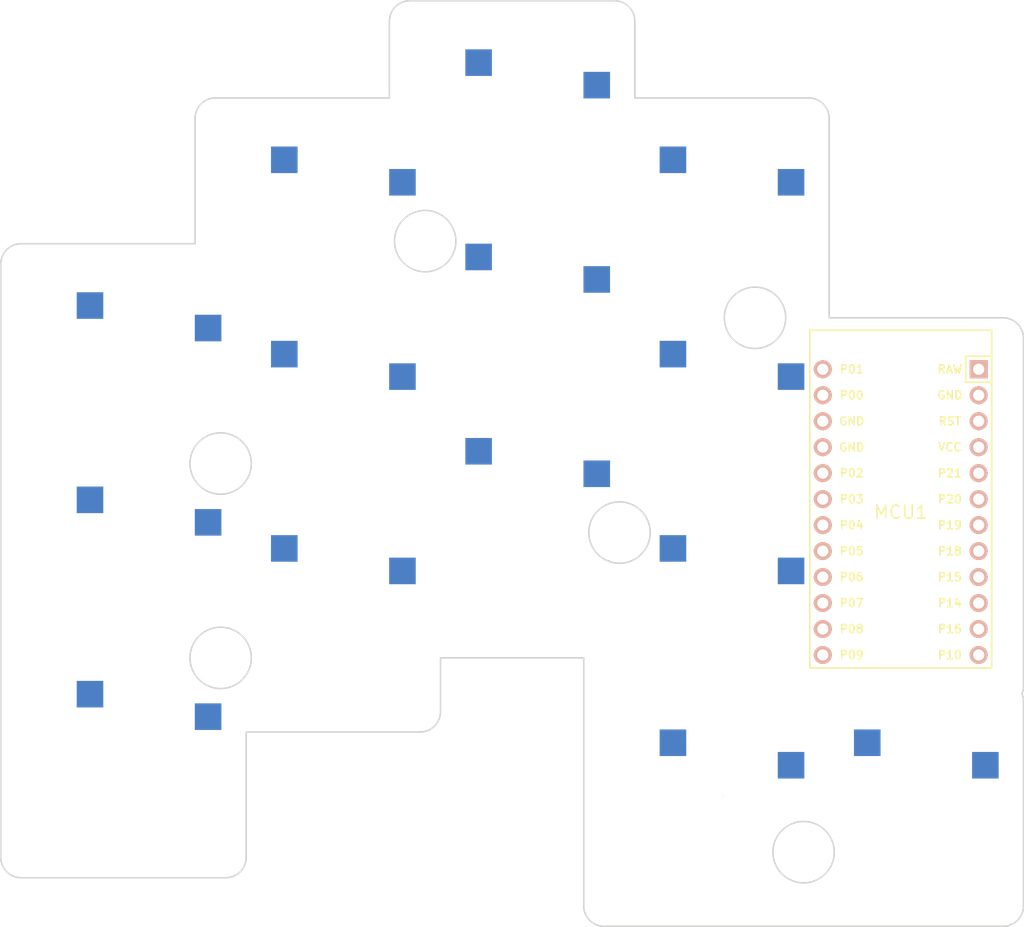
<source format=kicad_pcb>


(kicad_pcb
  (version 20240108)
  (generator "ergogen")
  (generator_version "4.1.0")
  (general
    (thickness 1.6)
    (legacy_teardrops no)
  )
  (paper "A3")
  (title_block
    (title "roo_left")
    (date "2024-11-14")
    (rev "0.1.0")
    (company "Reginald Robinson")
  )

  (layers
    (0 "F.Cu" signal)
    (31 "B.Cu" signal)
    (32 "B.Adhes" user "B.Adhesive")
    (33 "F.Adhes" user "F.Adhesive")
    (34 "B.Paste" user)
    (35 "F.Paste" user)
    (36 "B.SilkS" user "B.Silkscreen")
    (37 "F.SilkS" user "F.Silkscreen")
    (38 "B.Mask" user)
    (39 "F.Mask" user)
    (40 "Dwgs.User" user "User.Drawings")
    (41 "Cmts.User" user "User.Comments")
    (42 "Eco1.User" user "User.Eco1")
    (43 "Eco2.User" user "User.Eco2")
    (44 "Edge.Cuts" user)
    (45 "Margin" user)
    (46 "B.CrtYd" user "B.Courtyard")
    (47 "F.CrtYd" user "F.Courtyard")
    (48 "B.Fab" user)
    (49 "F.Fab" user)
  )

  (setup
    (pad_to_mask_clearance 0.05)
    (allow_soldermask_bridges_in_footprints no)
    (pcbplotparams
      (layerselection 0x00010fc_ffffffff)
      (plot_on_all_layers_selection 0x0000000_00000000)
      (disableapertmacros no)
      (usegerberextensions no)
      (usegerberattributes yes)
      (usegerberadvancedattributes yes)
      (creategerberjobfile yes)
      (dashed_line_dash_ratio 12.000000)
      (dashed_line_gap_ratio 3.000000)
      (svgprecision 4)
      (plotframeref no)
      (viasonmask no)
      (mode 1)
      (useauxorigin no)
      (hpglpennumber 1)
      (hpglpenspeed 20)
      (hpglpendiameter 15.000000)
      (pdf_front_fp_property_popups yes)
      (pdf_back_fp_property_popups yes)
      (dxfpolygonmode yes)
      (dxfimperialunits yes)
      (dxfusepcbnewfont yes)
      (psnegative no)
      (psa4output no)
      (plotreference yes)
      (plotvalue yes)
      (plotfptext yes)
      (plotinvisibletext no)
      (sketchpadsonfab no)
      (subtractmaskfromsilk no)
      (outputformat 1)
      (mirror no)
      (drillshape 1)
      (scaleselection 1)
      (outputdirectory "")
    )
  )

  (net 0 "")
(net 1 "GND")
(net 2 "P14")
(net 3 "P18")
(net 4 "P19")
(net 5 "P15")
(net 6 "P9")
(net 7 "P8")
(net 8 "P7")
(net 9 "P5")
(net 10 "P4")
(net 11 "P6")
(net 12 "P2")
(net 13 "P3")
(net 14 "P16")
(net 15 "P10")
(net 16 "RAW")
(net 17 "RST")
(net 18 "VCC")
(net 19 "P21")
(net 20 "P20")
(net 21 "P1")
(net 22 "P0")

  
        
      (module PG1350 (layer F.Cu) (tedit 5DD50112)
      (at 0 0 0)

      
      (fp_text reference "S1" (at 0 0) (layer F.SilkS)  (effects (font (size 1.27 1.27) (thickness 0.15))))
      (fp_text value "" (at 0 0) (layer F.SilkS) hide (effects (font (size 1.27 1.27) (thickness 0.15))))

      
      (fp_line (start -7 -6) (end -7 -7) (layer Dwgs.User) (width 0.15))
      (fp_line (start -7 7) (end -6 7) (layer Dwgs.User) (width 0.15))
      (fp_line (start -6 -7) (end -7 -7) (layer Dwgs.User) (width 0.15))
      (fp_line (start -7 7) (end -7 6) (layer Dwgs.User) (width 0.15))
      (fp_line (start 7 6) (end 7 7) (layer Dwgs.User) (width 0.15))
      (fp_line (start 7 -7) (end 6 -7) (layer Dwgs.User) (width 0.15))
      (fp_line (start 6 7) (end 7 7) (layer Dwgs.User) (width 0.15))
      (fp_line (start 7 -7) (end 7 -6) (layer Dwgs.User) (width 0.15))      
      
      
      (pad "" np_thru_hole circle (at 0 0) (size 3.429 3.429) (drill 3.429) (layers *.Cu *.Mask))
        
      
      (pad "" np_thru_hole circle (at 5.5 0) (size 1.7018 1.7018) (drill 1.7018) (layers *.Cu *.Mask))
      (pad "" np_thru_hole circle (at -5.5 0) (size 1.7018 1.7018) (drill 1.7018) (layers *.Cu *.Mask))
      
        
        
          
          (pad "" np_thru_hole circle (at 5 -3.75) (size 3 3) (drill 3) (layers *.Cu *.Mask))
          (pad "" np_thru_hole circle (at 0 -5.95) (size 3 3) (drill 3) (layers *.Cu *.Mask))
      
          
          (pad 1 smd rect (at -3.275 -5.95 0) (size 2.6 2.6) (layers B.Cu B.Paste B.Mask)  (net 1 "GND"))
          (pad 2 smd rect (at 8.275 -3.75 0) (size 2.6 2.6) (layers B.Cu B.Paste B.Mask)  (net 2 "P14"))
        )
        

        
      (module PG1350 (layer F.Cu) (tedit 5DD50112)
      (at 0 -19 0)

      
      (fp_text reference "S2" (at 0 0) (layer F.SilkS)  (effects (font (size 1.27 1.27) (thickness 0.15))))
      (fp_text value "" (at 0 0) (layer F.SilkS) hide (effects (font (size 1.27 1.27) (thickness 0.15))))

      
      (fp_line (start -7 -6) (end -7 -7) (layer Dwgs.User) (width 0.15))
      (fp_line (start -7 7) (end -6 7) (layer Dwgs.User) (width 0.15))
      (fp_line (start -6 -7) (end -7 -7) (layer Dwgs.User) (width 0.15))
      (fp_line (start -7 7) (end -7 6) (layer Dwgs.User) (width 0.15))
      (fp_line (start 7 6) (end 7 7) (layer Dwgs.User) (width 0.15))
      (fp_line (start 7 -7) (end 6 -7) (layer Dwgs.User) (width 0.15))
      (fp_line (start 6 7) (end 7 7) (layer Dwgs.User) (width 0.15))
      (fp_line (start 7 -7) (end 7 -6) (layer Dwgs.User) (width 0.15))      
      
      
      (pad "" np_thru_hole circle (at 0 0) (size 3.429 3.429) (drill 3.429) (layers *.Cu *.Mask))
        
      
      (pad "" np_thru_hole circle (at 5.5 0) (size 1.7018 1.7018) (drill 1.7018) (layers *.Cu *.Mask))
      (pad "" np_thru_hole circle (at -5.5 0) (size 1.7018 1.7018) (drill 1.7018) (layers *.Cu *.Mask))
      
        
        
          
          (pad "" np_thru_hole circle (at 5 -3.75) (size 3 3) (drill 3) (layers *.Cu *.Mask))
          (pad "" np_thru_hole circle (at 0 -5.95) (size 3 3) (drill 3) (layers *.Cu *.Mask))
      
          
          (pad 1 smd rect (at -3.275 -5.95 0) (size 2.6 2.6) (layers B.Cu B.Paste B.Mask)  (net 1 "GND"))
          (pad 2 smd rect (at 8.275 -3.75 0) (size 2.6 2.6) (layers B.Cu B.Paste B.Mask)  (net 3 "P18"))
        )
        

        
      (module PG1350 (layer F.Cu) (tedit 5DD50112)
      (at 0 -38 0)

      
      (fp_text reference "S3" (at 0 0) (layer F.SilkS)  (effects (font (size 1.27 1.27) (thickness 0.15))))
      (fp_text value "" (at 0 0) (layer F.SilkS) hide (effects (font (size 1.27 1.27) (thickness 0.15))))

      
      (fp_line (start -7 -6) (end -7 -7) (layer Dwgs.User) (width 0.15))
      (fp_line (start -7 7) (end -6 7) (layer Dwgs.User) (width 0.15))
      (fp_line (start -6 -7) (end -7 -7) (layer Dwgs.User) (width 0.15))
      (fp_line (start -7 7) (end -7 6) (layer Dwgs.User) (width 0.15))
      (fp_line (start 7 6) (end 7 7) (layer Dwgs.User) (width 0.15))
      (fp_line (start 7 -7) (end 6 -7) (layer Dwgs.User) (width 0.15))
      (fp_line (start 6 7) (end 7 7) (layer Dwgs.User) (width 0.15))
      (fp_line (start 7 -7) (end 7 -6) (layer Dwgs.User) (width 0.15))      
      
      
      (pad "" np_thru_hole circle (at 0 0) (size 3.429 3.429) (drill 3.429) (layers *.Cu *.Mask))
        
      
      (pad "" np_thru_hole circle (at 5.5 0) (size 1.7018 1.7018) (drill 1.7018) (layers *.Cu *.Mask))
      (pad "" np_thru_hole circle (at -5.5 0) (size 1.7018 1.7018) (drill 1.7018) (layers *.Cu *.Mask))
      
        
        
          
          (pad "" np_thru_hole circle (at 5 -3.75) (size 3 3) (drill 3) (layers *.Cu *.Mask))
          (pad "" np_thru_hole circle (at 0 -5.95) (size 3 3) (drill 3) (layers *.Cu *.Mask))
      
          
          (pad 1 smd rect (at -3.275 -5.95 0) (size 2.6 2.6) (layers B.Cu B.Paste B.Mask)  (net 1 "GND"))
          (pad 2 smd rect (at 8.275 -3.75 0) (size 2.6 2.6) (layers B.Cu B.Paste B.Mask)  (net 4 "P19"))
        )
        

        
      (module PG1350 (layer F.Cu) (tedit 5DD50112)
      (at 19 -14.25 0)

      
      (fp_text reference "S4" (at 0 0) (layer F.SilkS)  (effects (font (size 1.27 1.27) (thickness 0.15))))
      (fp_text value "" (at 0 0) (layer F.SilkS) hide (effects (font (size 1.27 1.27) (thickness 0.15))))

      
      (fp_line (start -7 -6) (end -7 -7) (layer Dwgs.User) (width 0.15))
      (fp_line (start -7 7) (end -6 7) (layer Dwgs.User) (width 0.15))
      (fp_line (start -6 -7) (end -7 -7) (layer Dwgs.User) (width 0.15))
      (fp_line (start -7 7) (end -7 6) (layer Dwgs.User) (width 0.15))
      (fp_line (start 7 6) (end 7 7) (layer Dwgs.User) (width 0.15))
      (fp_line (start 7 -7) (end 6 -7) (layer Dwgs.User) (width 0.15))
      (fp_line (start 6 7) (end 7 7) (layer Dwgs.User) (width 0.15))
      (fp_line (start 7 -7) (end 7 -6) (layer Dwgs.User) (width 0.15))      
      
      
      (pad "" np_thru_hole circle (at 0 0) (size 3.429 3.429) (drill 3.429) (layers *.Cu *.Mask))
        
      
      (pad "" np_thru_hole circle (at 5.5 0) (size 1.7018 1.7018) (drill 1.7018) (layers *.Cu *.Mask))
      (pad "" np_thru_hole circle (at -5.5 0) (size 1.7018 1.7018) (drill 1.7018) (layers *.Cu *.Mask))
      
        
        
          
          (pad "" np_thru_hole circle (at 5 -3.75) (size 3 3) (drill 3) (layers *.Cu *.Mask))
          (pad "" np_thru_hole circle (at 0 -5.95) (size 3 3) (drill 3) (layers *.Cu *.Mask))
      
          
          (pad 1 smd rect (at -3.275 -5.95 0) (size 2.6 2.6) (layers B.Cu B.Paste B.Mask)  (net 1 "GND"))
          (pad 2 smd rect (at 8.275 -3.75 0) (size 2.6 2.6) (layers B.Cu B.Paste B.Mask)  (net 5 "P15"))
        )
        

        
      (module PG1350 (layer F.Cu) (tedit 5DD50112)
      (at 19 -33.25 0)

      
      (fp_text reference "S5" (at 0 0) (layer F.SilkS)  (effects (font (size 1.27 1.27) (thickness 0.15))))
      (fp_text value "" (at 0 0) (layer F.SilkS) hide (effects (font (size 1.27 1.27) (thickness 0.15))))

      
      (fp_line (start -7 -6) (end -7 -7) (layer Dwgs.User) (width 0.15))
      (fp_line (start -7 7) (end -6 7) (layer Dwgs.User) (width 0.15))
      (fp_line (start -6 -7) (end -7 -7) (layer Dwgs.User) (width 0.15))
      (fp_line (start -7 7) (end -7 6) (layer Dwgs.User) (width 0.15))
      (fp_line (start 7 6) (end 7 7) (layer Dwgs.User) (width 0.15))
      (fp_line (start 7 -7) (end 6 -7) (layer Dwgs.User) (width 0.15))
      (fp_line (start 6 7) (end 7 7) (layer Dwgs.User) (width 0.15))
      (fp_line (start 7 -7) (end 7 -6) (layer Dwgs.User) (width 0.15))      
      
      
      (pad "" np_thru_hole circle (at 0 0) (size 3.429 3.429) (drill 3.429) (layers *.Cu *.Mask))
        
      
      (pad "" np_thru_hole circle (at 5.5 0) (size 1.7018 1.7018) (drill 1.7018) (layers *.Cu *.Mask))
      (pad "" np_thru_hole circle (at -5.5 0) (size 1.7018 1.7018) (drill 1.7018) (layers *.Cu *.Mask))
      
        
        
          
          (pad "" np_thru_hole circle (at 5 -3.75) (size 3 3) (drill 3) (layers *.Cu *.Mask))
          (pad "" np_thru_hole circle (at 0 -5.95) (size 3 3) (drill 3) (layers *.Cu *.Mask))
      
          
          (pad 1 smd rect (at -3.275 -5.95 0) (size 2.6 2.6) (layers B.Cu B.Paste B.Mask)  (net 1 "GND"))
          (pad 2 smd rect (at 8.275 -3.75 0) (size 2.6 2.6) (layers B.Cu B.Paste B.Mask)  (net 6 "P9"))
        )
        

        
      (module PG1350 (layer F.Cu) (tedit 5DD50112)
      (at 19 -52.25 0)

      
      (fp_text reference "S6" (at 0 0) (layer F.SilkS)  (effects (font (size 1.27 1.27) (thickness 0.15))))
      (fp_text value "" (at 0 0) (layer F.SilkS) hide (effects (font (size 1.27 1.27) (thickness 0.15))))

      
      (fp_line (start -7 -6) (end -7 -7) (layer Dwgs.User) (width 0.15))
      (fp_line (start -7 7) (end -6 7) (layer Dwgs.User) (width 0.15))
      (fp_line (start -6 -7) (end -7 -7) (layer Dwgs.User) (width 0.15))
      (fp_line (start -7 7) (end -7 6) (layer Dwgs.User) (width 0.15))
      (fp_line (start 7 6) (end 7 7) (layer Dwgs.User) (width 0.15))
      (fp_line (start 7 -7) (end 6 -7) (layer Dwgs.User) (width 0.15))
      (fp_line (start 6 7) (end 7 7) (layer Dwgs.User) (width 0.15))
      (fp_line (start 7 -7) (end 7 -6) (layer Dwgs.User) (width 0.15))      
      
      
      (pad "" np_thru_hole circle (at 0 0) (size 3.429 3.429) (drill 3.429) (layers *.Cu *.Mask))
        
      
      (pad "" np_thru_hole circle (at 5.5 0) (size 1.7018 1.7018) (drill 1.7018) (layers *.Cu *.Mask))
      (pad "" np_thru_hole circle (at -5.5 0) (size 1.7018 1.7018) (drill 1.7018) (layers *.Cu *.Mask))
      
        
        
          
          (pad "" np_thru_hole circle (at 5 -3.75) (size 3 3) (drill 3) (layers *.Cu *.Mask))
          (pad "" np_thru_hole circle (at 0 -5.95) (size 3 3) (drill 3) (layers *.Cu *.Mask))
      
          
          (pad 1 smd rect (at -3.275 -5.95 0) (size 2.6 2.6) (layers B.Cu B.Paste B.Mask)  (net 1 "GND"))
          (pad 2 smd rect (at 8.275 -3.75 0) (size 2.6 2.6) (layers B.Cu B.Paste B.Mask)  (net 7 "P8"))
        )
        

        
      (module PG1350 (layer F.Cu) (tedit 5DD50112)
      (at 38 -23.75 0)

      
      (fp_text reference "S7" (at 0 0) (layer F.SilkS)  (effects (font (size 1.27 1.27) (thickness 0.15))))
      (fp_text value "" (at 0 0) (layer F.SilkS) hide (effects (font (size 1.27 1.27) (thickness 0.15))))

      
      (fp_line (start -7 -6) (end -7 -7) (layer Dwgs.User) (width 0.15))
      (fp_line (start -7 7) (end -6 7) (layer Dwgs.User) (width 0.15))
      (fp_line (start -6 -7) (end -7 -7) (layer Dwgs.User) (width 0.15))
      (fp_line (start -7 7) (end -7 6) (layer Dwgs.User) (width 0.15))
      (fp_line (start 7 6) (end 7 7) (layer Dwgs.User) (width 0.15))
      (fp_line (start 7 -7) (end 6 -7) (layer Dwgs.User) (width 0.15))
      (fp_line (start 6 7) (end 7 7) (layer Dwgs.User) (width 0.15))
      (fp_line (start 7 -7) (end 7 -6) (layer Dwgs.User) (width 0.15))      
      
      
      (pad "" np_thru_hole circle (at 0 0) (size 3.429 3.429) (drill 3.429) (layers *.Cu *.Mask))
        
      
      (pad "" np_thru_hole circle (at 5.5 0) (size 1.7018 1.7018) (drill 1.7018) (layers *.Cu *.Mask))
      (pad "" np_thru_hole circle (at -5.5 0) (size 1.7018 1.7018) (drill 1.7018) (layers *.Cu *.Mask))
      
        
        
          
          (pad "" np_thru_hole circle (at 5 -3.75) (size 3 3) (drill 3) (layers *.Cu *.Mask))
          (pad "" np_thru_hole circle (at 0 -5.95) (size 3 3) (drill 3) (layers *.Cu *.Mask))
      
          
          (pad 1 smd rect (at -3.275 -5.95 0) (size 2.6 2.6) (layers B.Cu B.Paste B.Mask)  (net 1 "GND"))
          (pad 2 smd rect (at 8.275 -3.75 0) (size 2.6 2.6) (layers B.Cu B.Paste B.Mask)  (net 8 "P7"))
        )
        

        
      (module PG1350 (layer F.Cu) (tedit 5DD50112)
      (at 38 -42.75 0)

      
      (fp_text reference "S8" (at 0 0) (layer F.SilkS)  (effects (font (size 1.27 1.27) (thickness 0.15))))
      (fp_text value "" (at 0 0) (layer F.SilkS) hide (effects (font (size 1.27 1.27) (thickness 0.15))))

      
      (fp_line (start -7 -6) (end -7 -7) (layer Dwgs.User) (width 0.15))
      (fp_line (start -7 7) (end -6 7) (layer Dwgs.User) (width 0.15))
      (fp_line (start -6 -7) (end -7 -7) (layer Dwgs.User) (width 0.15))
      (fp_line (start -7 7) (end -7 6) (layer Dwgs.User) (width 0.15))
      (fp_line (start 7 6) (end 7 7) (layer Dwgs.User) (width 0.15))
      (fp_line (start 7 -7) (end 6 -7) (layer Dwgs.User) (width 0.15))
      (fp_line (start 6 7) (end 7 7) (layer Dwgs.User) (width 0.15))
      (fp_line (start 7 -7) (end 7 -6) (layer Dwgs.User) (width 0.15))      
      
      
      (pad "" np_thru_hole circle (at 0 0) (size 3.429 3.429) (drill 3.429) (layers *.Cu *.Mask))
        
      
      (pad "" np_thru_hole circle (at 5.5 0) (size 1.7018 1.7018) (drill 1.7018) (layers *.Cu *.Mask))
      (pad "" np_thru_hole circle (at -5.5 0) (size 1.7018 1.7018) (drill 1.7018) (layers *.Cu *.Mask))
      
        
        
          
          (pad "" np_thru_hole circle (at 5 -3.75) (size 3 3) (drill 3) (layers *.Cu *.Mask))
          (pad "" np_thru_hole circle (at 0 -5.95) (size 3 3) (drill 3) (layers *.Cu *.Mask))
      
          
          (pad 1 smd rect (at -3.275 -5.95 0) (size 2.6 2.6) (layers B.Cu B.Paste B.Mask)  (net 1 "GND"))
          (pad 2 smd rect (at 8.275 -3.75 0) (size 2.6 2.6) (layers B.Cu B.Paste B.Mask)  (net 9 "P5"))
        )
        

        
      (module PG1350 (layer F.Cu) (tedit 5DD50112)
      (at 38 -61.75 0)

      
      (fp_text reference "S9" (at 0 0) (layer F.SilkS)  (effects (font (size 1.27 1.27) (thickness 0.15))))
      (fp_text value "" (at 0 0) (layer F.SilkS) hide (effects (font (size 1.27 1.27) (thickness 0.15))))

      
      (fp_line (start -7 -6) (end -7 -7) (layer Dwgs.User) (width 0.15))
      (fp_line (start -7 7) (end -6 7) (layer Dwgs.User) (width 0.15))
      (fp_line (start -6 -7) (end -7 -7) (layer Dwgs.User) (width 0.15))
      (fp_line (start -7 7) (end -7 6) (layer Dwgs.User) (width 0.15))
      (fp_line (start 7 6) (end 7 7) (layer Dwgs.User) (width 0.15))
      (fp_line (start 7 -7) (end 6 -7) (layer Dwgs.User) (width 0.15))
      (fp_line (start 6 7) (end 7 7) (layer Dwgs.User) (width 0.15))
      (fp_line (start 7 -7) (end 7 -6) (layer Dwgs.User) (width 0.15))      
      
      
      (pad "" np_thru_hole circle (at 0 0) (size 3.429 3.429) (drill 3.429) (layers *.Cu *.Mask))
        
      
      (pad "" np_thru_hole circle (at 5.5 0) (size 1.7018 1.7018) (drill 1.7018) (layers *.Cu *.Mask))
      (pad "" np_thru_hole circle (at -5.5 0) (size 1.7018 1.7018) (drill 1.7018) (layers *.Cu *.Mask))
      
        
        
          
          (pad "" np_thru_hole circle (at 5 -3.75) (size 3 3) (drill 3) (layers *.Cu *.Mask))
          (pad "" np_thru_hole circle (at 0 -5.95) (size 3 3) (drill 3) (layers *.Cu *.Mask))
      
          
          (pad 1 smd rect (at -3.275 -5.95 0) (size 2.6 2.6) (layers B.Cu B.Paste B.Mask)  (net 1 "GND"))
          (pad 2 smd rect (at 8.275 -3.75 0) (size 2.6 2.6) (layers B.Cu B.Paste B.Mask)  (net 10 "P4"))
        )
        

        
      (module PG1350 (layer F.Cu) (tedit 5DD50112)
      (at 57 -14.25 0)

      
      (fp_text reference "S10" (at 0 0) (layer F.SilkS)  (effects (font (size 1.27 1.27) (thickness 0.15))))
      (fp_text value "" (at 0 0) (layer F.SilkS) hide (effects (font (size 1.27 1.27) (thickness 0.15))))

      
      (fp_line (start -7 -6) (end -7 -7) (layer Dwgs.User) (width 0.15))
      (fp_line (start -7 7) (end -6 7) (layer Dwgs.User) (width 0.15))
      (fp_line (start -6 -7) (end -7 -7) (layer Dwgs.User) (width 0.15))
      (fp_line (start -7 7) (end -7 6) (layer Dwgs.User) (width 0.15))
      (fp_line (start 7 6) (end 7 7) (layer Dwgs.User) (width 0.15))
      (fp_line (start 7 -7) (end 6 -7) (layer Dwgs.User) (width 0.15))
      (fp_line (start 6 7) (end 7 7) (layer Dwgs.User) (width 0.15))
      (fp_line (start 7 -7) (end 7 -6) (layer Dwgs.User) (width 0.15))      
      
      
      (pad "" np_thru_hole circle (at 0 0) (size 3.429 3.429) (drill 3.429) (layers *.Cu *.Mask))
        
      
      (pad "" np_thru_hole circle (at 5.5 0) (size 1.7018 1.7018) (drill 1.7018) (layers *.Cu *.Mask))
      (pad "" np_thru_hole circle (at -5.5 0) (size 1.7018 1.7018) (drill 1.7018) (layers *.Cu *.Mask))
      
        
        
          
          (pad "" np_thru_hole circle (at 5 -3.75) (size 3 3) (drill 3) (layers *.Cu *.Mask))
          (pad "" np_thru_hole circle (at 0 -5.95) (size 3 3) (drill 3) (layers *.Cu *.Mask))
      
          
          (pad 1 smd rect (at -3.275 -5.95 0) (size 2.6 2.6) (layers B.Cu B.Paste B.Mask)  (net 1 "GND"))
          (pad 2 smd rect (at 8.275 -3.75 0) (size 2.6 2.6) (layers B.Cu B.Paste B.Mask)  (net 11 "P6"))
        )
        

        
      (module PG1350 (layer F.Cu) (tedit 5DD50112)
      (at 57 -33.25 0)

      
      (fp_text reference "S11" (at 0 0) (layer F.SilkS)  (effects (font (size 1.27 1.27) (thickness 0.15))))
      (fp_text value "" (at 0 0) (layer F.SilkS) hide (effects (font (size 1.27 1.27) (thickness 0.15))))

      
      (fp_line (start -7 -6) (end -7 -7) (layer Dwgs.User) (width 0.15))
      (fp_line (start -7 7) (end -6 7) (layer Dwgs.User) (width 0.15))
      (fp_line (start -6 -7) (end -7 -7) (layer Dwgs.User) (width 0.15))
      (fp_line (start -7 7) (end -7 6) (layer Dwgs.User) (width 0.15))
      (fp_line (start 7 6) (end 7 7) (layer Dwgs.User) (width 0.15))
      (fp_line (start 7 -7) (end 6 -7) (layer Dwgs.User) (width 0.15))
      (fp_line (start 6 7) (end 7 7) (layer Dwgs.User) (width 0.15))
      (fp_line (start 7 -7) (end 7 -6) (layer Dwgs.User) (width 0.15))      
      
      
      (pad "" np_thru_hole circle (at 0 0) (size 3.429 3.429) (drill 3.429) (layers *.Cu *.Mask))
        
      
      (pad "" np_thru_hole circle (at 5.5 0) (size 1.7018 1.7018) (drill 1.7018) (layers *.Cu *.Mask))
      (pad "" np_thru_hole circle (at -5.5 0) (size 1.7018 1.7018) (drill 1.7018) (layers *.Cu *.Mask))
      
        
        
          
          (pad "" np_thru_hole circle (at 5 -3.75) (size 3 3) (drill 3) (layers *.Cu *.Mask))
          (pad "" np_thru_hole circle (at 0 -5.95) (size 3 3) (drill 3) (layers *.Cu *.Mask))
      
          
          (pad 1 smd rect (at -3.275 -5.95 0) (size 2.6 2.6) (layers B.Cu B.Paste B.Mask)  (net 1 "GND"))
          (pad 2 smd rect (at 8.275 -3.75 0) (size 2.6 2.6) (layers B.Cu B.Paste B.Mask)  (net 12 "P2"))
        )
        

        
      (module PG1350 (layer F.Cu) (tedit 5DD50112)
      (at 57 -52.25 0)

      
      (fp_text reference "S12" (at 0 0) (layer F.SilkS)  (effects (font (size 1.27 1.27) (thickness 0.15))))
      (fp_text value "" (at 0 0) (layer F.SilkS) hide (effects (font (size 1.27 1.27) (thickness 0.15))))

      
      (fp_line (start -7 -6) (end -7 -7) (layer Dwgs.User) (width 0.15))
      (fp_line (start -7 7) (end -6 7) (layer Dwgs.User) (width 0.15))
      (fp_line (start -6 -7) (end -7 -7) (layer Dwgs.User) (width 0.15))
      (fp_line (start -7 7) (end -7 6) (layer Dwgs.User) (width 0.15))
      (fp_line (start 7 6) (end 7 7) (layer Dwgs.User) (width 0.15))
      (fp_line (start 7 -7) (end 6 -7) (layer Dwgs.User) (width 0.15))
      (fp_line (start 6 7) (end 7 7) (layer Dwgs.User) (width 0.15))
      (fp_line (start 7 -7) (end 7 -6) (layer Dwgs.User) (width 0.15))      
      
      
      (pad "" np_thru_hole circle (at 0 0) (size 3.429 3.429) (drill 3.429) (layers *.Cu *.Mask))
        
      
      (pad "" np_thru_hole circle (at 5.5 0) (size 1.7018 1.7018) (drill 1.7018) (layers *.Cu *.Mask))
      (pad "" np_thru_hole circle (at -5.5 0) (size 1.7018 1.7018) (drill 1.7018) (layers *.Cu *.Mask))
      
        
        
          
          (pad "" np_thru_hole circle (at 5 -3.75) (size 3 3) (drill 3) (layers *.Cu *.Mask))
          (pad "" np_thru_hole circle (at 0 -5.95) (size 3 3) (drill 3) (layers *.Cu *.Mask))
      
          
          (pad 1 smd rect (at -3.275 -5.95 0) (size 2.6 2.6) (layers B.Cu B.Paste B.Mask)  (net 1 "GND"))
          (pad 2 smd rect (at 8.275 -3.75 0) (size 2.6 2.6) (layers B.Cu B.Paste B.Mask)  (net 13 "P3"))
        )
        

        
      (module PG1350 (layer F.Cu) (tedit 5DD50112)
      (at 57 4.75 0)

      
      (fp_text reference "S13" (at 0 0) (layer F.SilkS)  (effects (font (size 1.27 1.27) (thickness 0.15))))
      (fp_text value "" (at 0 0) (layer F.SilkS) hide (effects (font (size 1.27 1.27) (thickness 0.15))))

      
      (fp_line (start -7 -6) (end -7 -7) (layer Dwgs.User) (width 0.15))
      (fp_line (start -7 7) (end -6 7) (layer Dwgs.User) (width 0.15))
      (fp_line (start -6 -7) (end -7 -7) (layer Dwgs.User) (width 0.15))
      (fp_line (start -7 7) (end -7 6) (layer Dwgs.User) (width 0.15))
      (fp_line (start 7 6) (end 7 7) (layer Dwgs.User) (width 0.15))
      (fp_line (start 7 -7) (end 6 -7) (layer Dwgs.User) (width 0.15))
      (fp_line (start 6 7) (end 7 7) (layer Dwgs.User) (width 0.15))
      (fp_line (start 7 -7) (end 7 -6) (layer Dwgs.User) (width 0.15))      
      
      
      (pad "" np_thru_hole circle (at 0 0) (size 3.429 3.429) (drill 3.429) (layers *.Cu *.Mask))
        
      
      (pad "" np_thru_hole circle (at 5.5 0) (size 1.7018 1.7018) (drill 1.7018) (layers *.Cu *.Mask))
      (pad "" np_thru_hole circle (at -5.5 0) (size 1.7018 1.7018) (drill 1.7018) (layers *.Cu *.Mask))
      
        
        
          
          (pad "" np_thru_hole circle (at 5 -3.75) (size 3 3) (drill 3) (layers *.Cu *.Mask))
          (pad "" np_thru_hole circle (at 0 -5.95) (size 3 3) (drill 3) (layers *.Cu *.Mask))
      
          
          (pad 1 smd rect (at -3.275 -5.95 0) (size 2.6 2.6) (layers B.Cu B.Paste B.Mask)  (net 1 "GND"))
          (pad 2 smd rect (at 8.275 -3.75 0) (size 2.6 2.6) (layers B.Cu B.Paste B.Mask)  (net 14 "P16"))
        )
        

        
      (module PG1350 (layer F.Cu) (tedit 5DD50112)
      (at 76 4.75 0)

      
      (fp_text reference "S14" (at 0 0) (layer F.SilkS)  (effects (font (size 1.27 1.27) (thickness 0.15))))
      (fp_text value "" (at 0 0) (layer F.SilkS) hide (effects (font (size 1.27 1.27) (thickness 0.15))))

      
      (fp_line (start -7 -6) (end -7 -7) (layer Dwgs.User) (width 0.15))
      (fp_line (start -7 7) (end -6 7) (layer Dwgs.User) (width 0.15))
      (fp_line (start -6 -7) (end -7 -7) (layer Dwgs.User) (width 0.15))
      (fp_line (start -7 7) (end -7 6) (layer Dwgs.User) (width 0.15))
      (fp_line (start 7 6) (end 7 7) (layer Dwgs.User) (width 0.15))
      (fp_line (start 7 -7) (end 6 -7) (layer Dwgs.User) (width 0.15))
      (fp_line (start 6 7) (end 7 7) (layer Dwgs.User) (width 0.15))
      (fp_line (start 7 -7) (end 7 -6) (layer Dwgs.User) (width 0.15))      
      
      
      (pad "" np_thru_hole circle (at 0 0) (size 3.429 3.429) (drill 3.429) (layers *.Cu *.Mask))
        
      
      (pad "" np_thru_hole circle (at 5.5 0) (size 1.7018 1.7018) (drill 1.7018) (layers *.Cu *.Mask))
      (pad "" np_thru_hole circle (at -5.5 0) (size 1.7018 1.7018) (drill 1.7018) (layers *.Cu *.Mask))
      
        
        
          
          (pad "" np_thru_hole circle (at 5 -3.75) (size 3 3) (drill 3) (layers *.Cu *.Mask))
          (pad "" np_thru_hole circle (at 0 -5.95) (size 3 3) (drill 3) (layers *.Cu *.Mask))
      
          
          (pad 1 smd rect (at -3.275 -5.95 0) (size 2.6 2.6) (layers B.Cu B.Paste B.Mask)  (net 1 "GND"))
          (pad 2 smd rect (at 8.275 -3.75 0) (size 2.6 2.6) (layers B.Cu B.Paste B.Mask)  (net 15 "P10"))
        )
        

        
      (module ProMicro (layer F.Cu) (tedit 5B307E4C)
      (at 76 -23.75 -90)

      
      (fp_text reference "MCU1" (at 0 0) (layer F.SilkS)  (effects (font (size 1.27 1.27) (thickness 0.15))))
      (fp_text value "" (at 0 0) (layer F.SilkS) hide (effects (font (size 1.27 1.27) (thickness 0.15))))
    
      
      (fp_line (start -19.304 -3.81) (end -14.224 -3.81) (layer Dwgs.User) (width 0.15))
      (fp_line (start -19.304 3.81) (end -19.304 -3.81) (layer Dwgs.User) (width 0.15))
      (fp_line (start -14.224 3.81) (end -19.304 3.81) (layer Dwgs.User) (width 0.15))
      (fp_line (start -14.224 -3.81) (end -14.224 3.81) (layer Dwgs.User) (width 0.15))
    
      
      (fp_line (start -17.78 8.89) (end 15.24 8.89) (layer F.SilkS) (width 0.15))
      (fp_line (start 15.24 8.89) (end 15.24 -8.89) (layer F.SilkS) (width 0.15))
      (fp_line (start 15.24 -8.89) (end -17.78 -8.89) (layer F.SilkS) (width 0.15))
      (fp_line (start -17.78 -8.89) (end -17.78 8.89) (layer F.SilkS) (width 0.15))
      
        
        
        (fp_line (start -15.24 -6.35) (end -12.7 -6.35) (layer F.SilkS) (width 0.15))
        (fp_line (start -15.24 -6.35) (end -15.24 -8.89) (layer F.SilkS) (width 0.15))
        (fp_line (start -12.7 -6.35) (end -12.7 -8.89) (layer F.SilkS) (width 0.15))
      
        
        (fp_text user RAW (at -13.97 -4.8 0) (layer F.SilkS) (effects (font (size 0.8 0.8) (thickness 0.15))))
        (fp_text user GND (at -11.43 -4.8 0) (layer F.SilkS) (effects (font (size 0.8 0.8) (thickness 0.15))))
        (fp_text user RST (at -8.89 -4.8 0) (layer F.SilkS) (effects (font (size 0.8 0.8) (thickness 0.15))))
        (fp_text user VCC (at -6.35 -4.8 0) (layer F.SilkS) (effects (font (size 0.8 0.8) (thickness 0.15))))
        (fp_text user P21 (at -3.81 -4.8 0) (layer F.SilkS) (effects (font (size 0.8 0.8) (thickness 0.15))))
        (fp_text user P20 (at -1.27 -4.8 0) (layer F.SilkS) (effects (font (size 0.8 0.8) (thickness 0.15))))
        (fp_text user P19 (at 1.27 -4.8 0) (layer F.SilkS) (effects (font (size 0.8 0.8) (thickness 0.15))))
        (fp_text user P18 (at 3.81 -4.8 0) (layer F.SilkS) (effects (font (size 0.8 0.8) (thickness 0.15))))
        (fp_text user P15 (at 6.35 -4.8 0) (layer F.SilkS) (effects (font (size 0.8 0.8) (thickness 0.15))))
        (fp_text user P14 (at 8.89 -4.8 0) (layer F.SilkS) (effects (font (size 0.8 0.8) (thickness 0.15))))
        (fp_text user P16 (at 11.43 -4.8 0) (layer F.SilkS) (effects (font (size 0.8 0.8) (thickness 0.15))))
        (fp_text user P10 (at 13.97 -4.8 0) (layer F.SilkS) (effects (font (size 0.8 0.8) (thickness 0.15))))
      
        (fp_text user P01 (at -13.97 4.8 0) (layer F.SilkS) (effects (font (size 0.8 0.8) (thickness 0.15))))
        (fp_text user P00 (at -11.43 4.8 0) (layer F.SilkS) (effects (font (size 0.8 0.8) (thickness 0.15))))
        (fp_text user GND (at -8.89 4.8 0) (layer F.SilkS) (effects (font (size 0.8 0.8) (thickness 0.15))))
        (fp_text user GND (at -6.35 4.8 0) (layer F.SilkS) (effects (font (size 0.8 0.8) (thickness 0.15))))
        (fp_text user P02 (at -3.81 4.8 0) (layer F.SilkS) (effects (font (size 0.8 0.8) (thickness 0.15))))
        (fp_text user P03 (at -1.27 4.8 0) (layer F.SilkS) (effects (font (size 0.8 0.8) (thickness 0.15))))
        (fp_text user P04 (at 1.27 4.8 0) (layer F.SilkS) (effects (font (size 0.8 0.8) (thickness 0.15))))
        (fp_text user P05 (at 3.81 4.8 0) (layer F.SilkS) (effects (font (size 0.8 0.8) (thickness 0.15))))
        (fp_text user P06 (at 6.35 4.8 0) (layer F.SilkS) (effects (font (size 0.8 0.8) (thickness 0.15))))
        (fp_text user P07 (at 8.89 4.8 0) (layer F.SilkS) (effects (font (size 0.8 0.8) (thickness 0.15))))
        (fp_text user P08 (at 11.43 4.8 0) (layer F.SilkS) (effects (font (size 0.8 0.8) (thickness 0.15))))
        (fp_text user P09 (at 13.97 4.8 0) (layer F.SilkS) (effects (font (size 0.8 0.8) (thickness 0.15))))
      
        
        (pad 1 thru_hole rect (at -13.97 -7.62 -90) (size 1.7526 1.7526) (drill 1.0922) (layers *.Cu *.SilkS *.Mask) (net 16 "RAW"))
        (pad 2 thru_hole circle (at -11.43 -7.62 0) (size 1.7526 1.7526) (drill 1.0922) (layers *.Cu *.SilkS *.Mask) (net 1 "GND"))
        (pad 3 thru_hole circle (at -8.89 -7.62 0) (size 1.7526 1.7526) (drill 1.0922) (layers *.Cu *.SilkS *.Mask) (net 17 "RST"))
        (pad 4 thru_hole circle (at -6.35 -7.62 0) (size 1.7526 1.7526) (drill 1.0922) (layers *.Cu *.SilkS *.Mask) (net 18 "VCC"))
        (pad 5 thru_hole circle (at -3.81 -7.62 0) (size 1.7526 1.7526) (drill 1.0922) (layers *.Cu *.SilkS *.Mask) (net 19 "P21"))
        (pad 6 thru_hole circle (at -1.27 -7.62 0) (size 1.7526 1.7526) (drill 1.0922) (layers *.Cu *.SilkS *.Mask) (net 20 "P20"))
        (pad 7 thru_hole circle (at 1.27 -7.62 0) (size 1.7526 1.7526) (drill 1.0922) (layers *.Cu *.SilkS *.Mask) (net 4 "P19"))
        (pad 8 thru_hole circle (at 3.81 -7.62 0) (size 1.7526 1.7526) (drill 1.0922) (layers *.Cu *.SilkS *.Mask) (net 3 "P18"))
        (pad 9 thru_hole circle (at 6.35 -7.62 0) (size 1.7526 1.7526) (drill 1.0922) (layers *.Cu *.SilkS *.Mask) (net 5 "P15"))
        (pad 10 thru_hole circle (at 8.89 -7.62 0) (size 1.7526 1.7526) (drill 1.0922) (layers *.Cu *.SilkS *.Mask) (net 2 "P14"))
        (pad 11 thru_hole circle (at 11.43 -7.62 0) (size 1.7526 1.7526) (drill 1.0922) (layers *.Cu *.SilkS *.Mask) (net 14 "P16"))
        (pad 12 thru_hole circle (at 13.97 -7.62 0) (size 1.7526 1.7526) (drill 1.0922) (layers *.Cu *.SilkS *.Mask) (net 15 "P10"))
        
        (pad 13 thru_hole circle (at -13.97 7.62 0) (size 1.7526 1.7526) (drill 1.0922) (layers *.Cu *.SilkS *.Mask) (net 21 "P1"))
        (pad 14 thru_hole circle (at -11.43 7.62 0) (size 1.7526 1.7526) (drill 1.0922) (layers *.Cu *.SilkS *.Mask) (net 22 "P0"))
        (pad 15 thru_hole circle (at -8.89 7.62 0) (size 1.7526 1.7526) (drill 1.0922) (layers *.Cu *.SilkS *.Mask) (net 1 "GND"))
        (pad 16 thru_hole circle (at -6.35 7.62 0) (size 1.7526 1.7526) (drill 1.0922) (layers *.Cu *.SilkS *.Mask) (net 1 "GND"))
        (pad 17 thru_hole circle (at -3.81 7.62 0) (size 1.7526 1.7526) (drill 1.0922) (layers *.Cu *.SilkS *.Mask) (net 12 "P2"))
        (pad 18 thru_hole circle (at -1.27 7.62 0) (size 1.7526 1.7526) (drill 1.0922) (layers *.Cu *.SilkS *.Mask) (net 13 "P3"))
        (pad 19 thru_hole circle (at 1.27 7.62 0) (size 1.7526 1.7526) (drill 1.0922) (layers *.Cu *.SilkS *.Mask) (net 10 "P4"))
        (pad 20 thru_hole circle (at 3.81 7.62 0) (size 1.7526 1.7526) (drill 1.0922) (layers *.Cu *.SilkS *.Mask) (net 9 "P5"))
        (pad 21 thru_hole circle (at 6.35 7.62 0) (size 1.7526 1.7526) (drill 1.0922) (layers *.Cu *.SilkS *.Mask) (net 11 "P6"))
        (pad 22 thru_hole circle (at 8.89 7.62 0) (size 1.7526 1.7526) (drill 1.0922) (layers *.Cu *.SilkS *.Mask) (net 8 "P7"))
        (pad 23 thru_hole circle (at 11.43 7.62 0) (size 1.7526 1.7526) (drill 1.0922) (layers *.Cu *.SilkS *.Mask) (net 7 "P8"))
        (pad 24 thru_hole circle (at 13.97 7.62 0) (size 1.7526 1.7526) (drill 1.0922) (layers *.Cu *.SilkS *.Mask) (net 6 "P9"))
      )
        
  (gr_line (start -10 12) (end 10 12) (layer Edge.Cuts) (stroke (width 0.15) (type default)))
(gr_arc (start 10 12) (mid 11.4142136 11.4142136) (end 12 10) (layer Edge.Cuts) (stroke (width 0.15) (type default)))
(gr_line (start 12 10) (end 12 -2.25) (layer Edge.Cuts) (stroke (width 0.15) (type default)))
(gr_line (start 12 -2.25) (end 29 -2.25) (layer Edge.Cuts) (stroke (width 0.15) (type default)))
(gr_arc (start 29 -2.25) (mid 30.4142136 -2.8357864) (end 31 -4.25) (layer Edge.Cuts) (stroke (width 0.15) (type default)))
(gr_line (start 31 -4.25) (end 31 -9.5) (layer Edge.Cuts) (stroke (width 0.15) (type default)))
(gr_line (start 45 14.75) (end 45 -9.5) (layer Edge.Cuts) (stroke (width 0.15) (type default)))
(gr_arc (start 45 14.75) (mid 45.5857864 16.1642136) (end 47 16.75) (layer Edge.Cuts) (stroke (width 0.15) (type default)))
(gr_line (start 47 16.75) (end 86 16.75) (layer Edge.Cuts) (stroke (width 0.15) (type default)))
(gr_arc (start 86 16.75) (mid 87.4142136 16.1642136) (end 88 14.75) (layer Edge.Cuts) (stroke (width 0.15) (type default)))
(gr_line (start 88 14.75) (end 88 -5.25) (layer Edge.Cuts) (stroke (width 0.15) (type default)))
(gr_arc (start 88 -5.25) (mid 87.9631734 -5.6320345) (end 87.8540496 -6) (layer Edge.Cuts) (stroke (width 0.15) (type default)))
(gr_line (start 69 -42.75) (end 69 -62.25) (layer Edge.Cuts) (stroke (width 0.15) (type default)))
(gr_arc (start 69 -62.25) (mid 68.4142136 -63.6642136) (end 67 -64.25) (layer Edge.Cuts) (stroke (width 0.15) (type default)))
(gr_line (start 67 -64.25) (end 50 -64.25) (layer Edge.Cuts) (stroke (width 0.15) (type default)))
(gr_line (start 50 -64.25) (end 50 -71.75) (layer Edge.Cuts) (stroke (width 0.15) (type default)))
(gr_arc (start 50 -71.75) (mid 49.4142136 -73.1642136) (end 48 -73.75) (layer Edge.Cuts) (stroke (width 0.15) (type default)))
(gr_line (start 48 -73.75) (end 28 -73.75) (layer Edge.Cuts) (stroke (width 0.15) (type default)))
(gr_arc (start 28 -73.75) (mid 26.5857864 -73.1642136) (end 26 -71.75) (layer Edge.Cuts) (stroke (width 0.15) (type default)))
(gr_line (start 26 -71.75) (end 26 -64.25) (layer Edge.Cuts) (stroke (width 0.15) (type default)))
(gr_line (start 26 -64.25) (end 9 -64.25) (layer Edge.Cuts) (stroke (width 0.15) (type default)))
(gr_arc (start 9 -64.25) (mid 7.5857864 -63.6642136) (end 7 -62.25) (layer Edge.Cuts) (stroke (width 0.15) (type default)))
(gr_line (start 7 -62.25) (end 7 -50) (layer Edge.Cuts) (stroke (width 0.15) (type default)))
(gr_line (start 7 -50) (end -10 -50) (layer Edge.Cuts) (stroke (width 0.15) (type default)))
(gr_arc (start -10 -50) (mid -11.4142136 -49.4142136) (end -12 -48) (layer Edge.Cuts) (stroke (width 0.15) (type default)))
(gr_line (start -12 10) (end -12 -48) (layer Edge.Cuts) (stroke (width 0.15) (type default)))
(gr_arc (start -12 10) (mid -11.4142136 11.4142136) (end -10 12) (layer Edge.Cuts) (stroke (width 0.15) (type default)))
(gr_arc (start 87.8540496 -6) (mid 87.9631733 -6.3679655) (end 88 -6.75) (layer Edge.Cuts) (stroke (width 0.15) (type default)))
(gr_line (start 88 -6.75) (end 88 -40.75) (layer Edge.Cuts) (stroke (width 0.15) (type default)))
(gr_arc (start 88 -40.75) (mid 87.4142136 -42.1642136) (end 86 -42.75) (layer Edge.Cuts) (stroke (width 0.15) (type default)))
(gr_line (start 86 -42.75) (end 69 -42.75) (layer Edge.Cuts) (stroke (width 0.15) (type default)))
(gr_circle (center 9.5 -9.5) (end 12.5 -9.5) (layer Edge.Cuts) (stroke (width 0.15) (type default)) (fill none))
(gr_circle (center 9.5 -28.5) (end 12.5 -28.5) (layer Edge.Cuts) (stroke (width 0.15) (type default)) (fill none))
(gr_arc (start 47.5 -18.9215729) (mid 49.600178 -24.540987) (end 47.301042100000004 -19) (layer Edge.Cuts) (stroke (width 0.15) (type default)))
(gr_circle (center 29.5 -50.25) (end 32.5 -50.25) (layer Edge.Cuts) (stroke (width 0.15) (type default)) (fill none))
(gr_circle (center 66.5 9.5) (end 69.5 9.5) (layer Edge.Cuts) (stroke (width 0.15) (type default)) (fill none))
(gr_circle (center 61.75 -42.75) (end 64.75 -42.75) (layer Edge.Cuts) (stroke (width 0.15) (type default)) (fill none))
(gr_line (start 31 -9.5) (end 45 -9.5) (layer Edge.Cuts) (stroke (width 0.15) (type default)))
(gr_line (start 47.5 -18.9215729) (end 47.5 -19) (layer Edge.Cuts) (stroke (width 0.15) (type default)))
(gr_line (start 47.5 -19) (end 47.301042100000004 -19) (layer Edge.Cuts) (stroke (width 0.15) (type default)))

)


</source>
